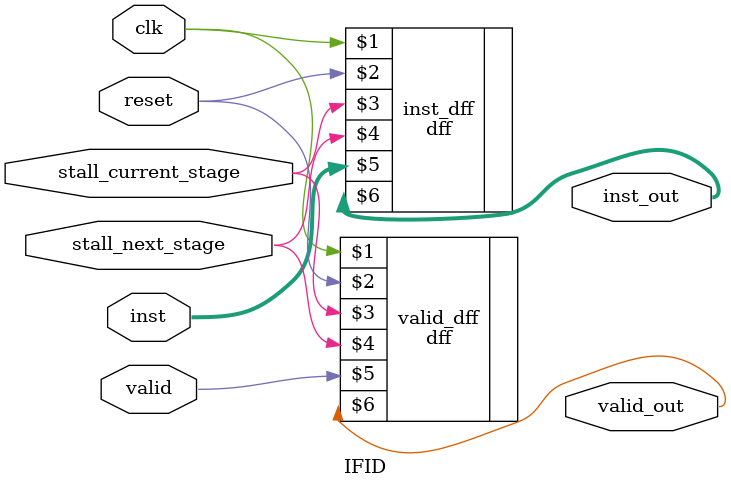
<source format=v>
module IFID (
    input  wire         clk                ,
    input  wire         reset              ,
    input  wire         stall_current_stage,
    input  wire         stall_next_stage   ,

    input  wire [31: 0] inst               ,
    input  wire         valid              ,
    
    output wire [31: 0] inst_out           ,
    output wire         valid_out
    
);
    /*
     dff.v Ö´ÐÐÂß¼­
         always @(posedge clk ) begin
        if(rst)
            out <= 0;
        else if(stall_current_stage & ~stall_next_stage) //1 0
            out <= 0;
        else if(~stall_current_stage & ~stall_next_stage)//0 0
            out <= in;
    end*/
    dff#(32) inst_dff(
        clk, 
        reset,
        stall_current_stage, 
        stall_next_stage,
        inst,    //in,32Î»£¬Ö¸Áî
        inst_out //out£¬32Î»
    );

    dff#(1) valid_dff(
        clk, 
        reset, 
        stall_current_stage, 
        stall_next_stage,
        valid,    //in£¬1Î»
        valid_out //out£¬1Î»
    );

endmodule
</source>
